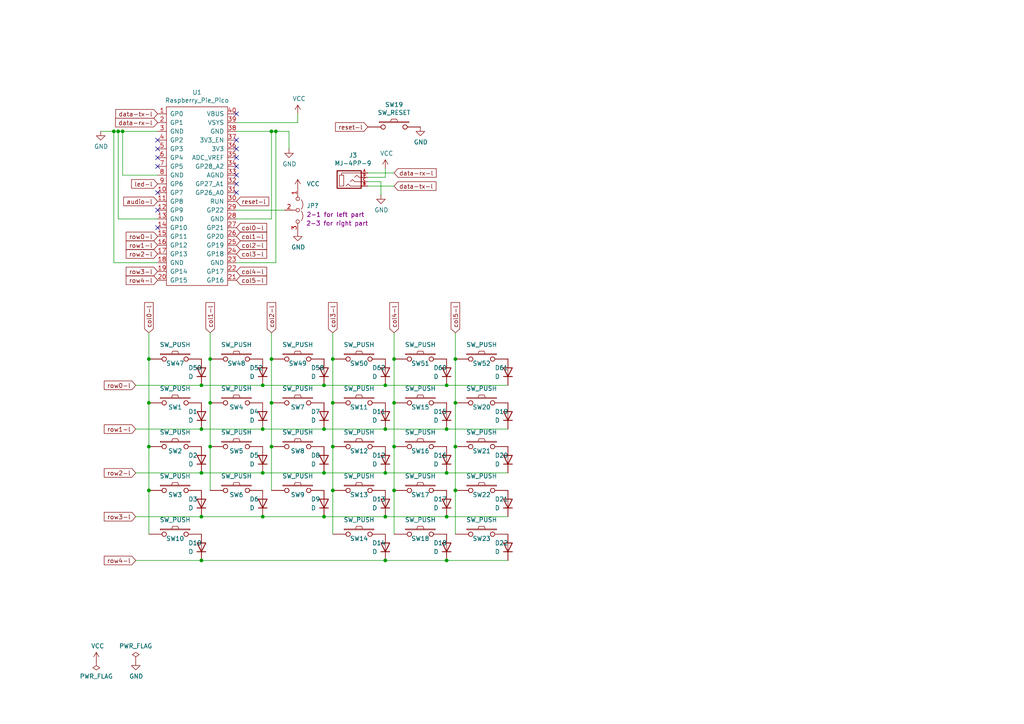
<source format=kicad_sch>
(kicad_sch (version 20250114) (generator "eeschema") (generator_version "9.0")
  (paper "A4")
  (title_block (title "Tim's Jiran mod") (rev "1") (company "Tim Lukashevich"))
  (lib_symbols
    (symbol "Device:D" (pin_numbers (hide yes)) (pin_names (offset 1.016) (hide yes))
      (property "Reference" "D" (at 0 2.54 0))
      (property "Value" "D" (at 0 -2.54 0))
      (symbol "D_0_1"
        (polyline (pts (xy -1.27 1.27) (xy -1.27 -1.27)) (stroke (width 0.254)))
        (polyline (pts (xy 1.27 1.27) (xy 1.27 -1.27) (xy -1.27 0) (xy 1.27 1.27)) (stroke (width 0.254)))
        (polyline (pts (xy 1.27 0) (xy -1.27 0)))
      )
      (symbol "D_1_1"
        (pin passive line (at -3.81 0 0) (length 2.54) (name "K") (number "1"))
        (pin passive line (at 3.81 0 180) (length 2.54) (name "A") (number "2"))
      )
    )
    (symbol "Jumper:Jumper_3_Open" (pin_names (offset 0) (hide yes)) (in_bom no)
      (property "Reference" "JP" (at -2.54 -2.54 0))
      (property "Value" "Jumper_3_Open" (at 0 2.794 0))
      (symbol "Jumper_3_Open_0_0"
        (circle (center -3.302 0) (radius 0.508))
        (circle (center 0 0) (radius 0.508))
        (circle (center 3.302 0) (radius 0.508))
      )
      (symbol "Jumper_3_Open_0_1"
        (arc (start -3.048 1.016) (mid -1.651 1.4992) (end -0.254 1.016))
        (polyline (pts (xy 0 -0.508) (xy 0 -1.27)))
        (arc (start 0.254 1.016) (mid 1.651 1.4992) (end 3.048 1.016))
      )
      (symbol "Jumper_3_Open_1_1"
        (pin passive line (at -6.35 0 0) (length 2.54) (name "A") (number "1"))
        (pin passive line (at 0 -3.81 90) (length 2.54) (name "C") (number "2"))
        (pin passive line (at 6.35 0 180) (length 2.54) (name "B") (number "3"))
      )
    )
    (symbol "_kbd:MJ-4PP-9" (pin_names (offset 1.016))
      (property "Reference" "J" (at 0 3.81 0))
      (property "Value" "MJ-4PP-9" (at 0 -3.81 0))
      (symbol "MJ-4PP-9_0_1"
        (polyline (pts (xy -2.54 1.27) (xy -2.54 1.905) (xy 3.175 1.905)))
        (rectangle (start -1.905 -1.905) (end -3.175 1.27))
        (polyline (pts (xy -1.27 -1.905) (xy -0.635 -1.27) (xy 0 -1.905) (xy 3.175 -1.905)))
        (polyline (pts (xy 0 -0.635) (xy 0.635 0) (xy 1.27 -0.635) (xy 3.175 -0.635)))
        (polyline (pts (xy 1.27 0.635) (xy 1.905 1.27) (xy 2.54 0.635) (xy 3.175 0.635)))
        (rectangle (start 3.175 2.54) (end -3.81 -2.54) (stroke (width 0.3048)))
      )
      (symbol "MJ-4PP-9_1_1"
        (pin input line (at 5.08 1.905 180) (length 2.0066) (name "~") (number "A"))
        (pin input line (at 5.08 0.635 180) (length 2.0066) (name "~") (number "D"))
        (pin input line (at 5.08 -0.635 180) (length 2.0066) (name "~") (number "C"))
        (pin input line (at 5.08 -1.905 180) (length 2.0066) (name "~") (number "B"))
      )
    )
    (symbol "_kbd:SW_PUSH" (pin_numbers (hide yes)) (pin_names (offset 1.016) (hide yes))
      (property "Reference" "SW" (at 3.81 2.794 0))
      (property "Value" "SW_PUSH" (at 0 -2.032 0))
      (symbol "SW_PUSH_0_1"
        (rectangle (start -4.318 1.27) (end 4.318 1.524))
        (polyline (pts (xy -1.016 1.524) (xy -0.762 2.286) (xy 0.762 2.286) (xy 1.016 1.524)))
        (pin passive inverted (at -7.62 0 0) (length 5.08) (name "1") (number "1"))
        (pin passive inverted (at 7.62 0 180) (length 5.08) (name "2") (number "2"))
      )
    )
    (symbol "_prjlib:Raspberry_Pi_Pico" (pin_names (offset 1.016))
      (property "Reference" "U" (at 0 27.559 0))
      (property "Value" "Raspberry_Pi_Pico" (at 0.0508 -27.4574 0))
      (symbol "Raspberry_Pi_Pico_0_0"
        (pin bidirectional line (at -11.43 24.13 0) (length 2.54) (name "GP0") (number "1"))
        (pin bidirectional line (at -11.43 21.59 0) (length 2.54) (name "GP1") (number "2"))
        (pin power_in line (at -11.43 19.05 0) (length 2.54) (name "GND") (number "3"))
        (pin bidirectional line (at -11.43 16.51 0) (length 2.54) (name "GP2") (number "4"))
        (pin bidirectional line (at -11.43 13.97 0) (length 2.54) (name "GP3") (number "5"))
        (pin bidirectional line (at -11.43 11.43 0) (length 2.54) (name "GP4") (number "6"))
        (pin bidirectional line (at -11.43 8.89 0) (length 2.54) (name "GP5") (number "7"))
        (pin power_in line (at -11.43 6.35 0) (length 2.54) (name "GND") (number "8"))
        (pin bidirectional line (at -11.43 3.81 0) (length 2.54) (name "GP6") (number "9"))
        (pin bidirectional line (at -11.43 1.27 0) (length 2.54) (name "GP7") (number "10"))
        (pin bidirectional line (at -11.43 -1.27 0) (length 2.54) (name "GP8") (number "11"))
        (pin bidirectional line (at -11.43 -3.81 0) (length 2.54) (name "GP9") (number "12"))
        (pin power_in line (at -11.43 -6.35 0) (length 2.54) (name "GND") (number "13"))
        (pin bidirectional line (at -11.43 -8.89 0) (length 2.54) (name "GP10") (number "14"))
        (pin bidirectional line (at -11.43 -11.43 0) (length 2.54) (name "GP11") (number "15"))
        (pin bidirectional line (at -11.43 -13.97 0) (length 2.54) (name "GP12") (number "16"))
        (pin bidirectional line (at -11.43 -16.51 0) (length 2.54) (name "GP13") (number "17"))
        (pin power_in line (at -11.43 -19.05 0) (length 2.54) (name "GND") (number "18"))
        (pin bidirectional line (at -11.43 -21.59 0) (length 2.54) (name "GP14") (number "19"))
        (pin bidirectional line (at -11.43 -24.13 0) (length 2.54) (name "GP15") (number "20"))
        (pin power_in line (at 11.43 24.13 180) (length 2.54) (name "VBUS") (number "40"))
        (pin power_in line (at 11.43 21.59 180) (length 2.54) (name "VSYS") (number "39"))
        (pin power_in line (at 11.43 19.05 180) (length 2.54) (name "GND") (number "38"))
        (pin input line (at 11.43 16.51 180) (length 2.54) (name "3V3_EN") (number "37"))
        (pin power_out line (at 11.43 13.97 180) (length 2.54) (name "3V3") (number "36"))
        (pin power_in line (at 11.43 11.43 180) (length 2.54) (name "ADC_VREF") (number "35"))
        (pin bidirectional line (at 11.43 8.89 180) (length 2.54) (name "GP28_A2") (number "34"))
        (pin power_in line (at 11.43 6.35 180) (length 2.54) (name "AGND") (number "33"))
        (pin bidirectional line (at 11.43 3.81 180) (length 2.54) (name "GP27_A1") (number "32"))
        (pin bidirectional line (at 11.43 1.27 180) (length 2.54) (name "GP26_A0") (number "31"))
        (pin input line (at 11.43 -1.27 180) (length 2.54) (name "RUN") (number "30"))
        (pin bidirectional line (at 11.43 -3.81 180) (length 2.54) (name "GP22") (number "29"))
        (pin power_in line (at 11.43 -6.35 180) (length 2.54) (name "GND") (number "28"))
        (pin bidirectional line (at 11.43 -8.89 180) (length 2.54) (name "GP21") (number "27"))
        (pin bidirectional line (at 11.43 -11.43 180) (length 2.54) (name "GP20") (number "26"))
        (pin bidirectional line (at 11.43 -13.97 180) (length 2.54) (name "GP19") (number "25"))
        (pin bidirectional line (at 11.43 -16.51 180) (length 2.54) (name "GP18") (number "24"))
        (pin power_in line (at 11.43 -19.05 180) (length 2.54) (name "GND") (number "23"))
        (pin bidirectional line (at 11.43 -21.59 180) (length 2.54) (name "GP17") (number "22"))
        (pin bidirectional line (at 11.43 -24.13 180) (length 2.54) (name "GP16") (number "21"))
      )
      (symbol "Raspberry_Pi_Pico_0_1"
        (rectangle (start -8.89 26.162) (end 8.89 -25.654))
      )
    )
    (symbol "power:GND" (power) (pin_numbers (hide yes)) (pin_names (offset 0) (hide yes))
      (property "Value" "GND" (at 0 -3.81 0))
      (symbol "GND_0_1"
        (polyline (pts (xy 0 0) (xy 0 -1.27) (xy 1.27 -1.27) (xy 0 -2.54) (xy -1.27 -1.27) (xy 0 -1.27)))
      )
      (symbol "GND_1_1"
        (pin power_in line (at 0 0 270) (length 0) (name "~") (number "1"))
      )
    )
    (symbol "power:PWR_FLAG" (power) (pin_numbers (hide yes)) (pin_names (offset 0) (hide yes))
      (property "Value" "PWR_FLAG" (at 0 3.81 0))
      (symbol "PWR_FLAG_0_0"
        (pin power_out line (at 0 0 90) (length 0) (name "~") (number "1"))
      )
      (symbol "PWR_FLAG_0_1"
        (polyline (pts (xy 0 0) (xy 0 1.27) (xy -1.016 1.905) (xy 0 2.54) (xy 1.016 1.905) (xy 0 1.27)))
      )
    )
    (symbol "power:VCC" (power) (pin_numbers (hide yes)) (pin_names (offset 0) (hide yes))
      (property "Value" "VCC" (at 0 3.556 0))
      (symbol "VCC_0_1"
        (polyline (pts (xy -0.762 1.27) (xy 0 2.54)))
        (polyline (pts (xy 0 2.54) (xy 0.762 1.27)))
        (polyline (pts (xy 0 0) (xy 0 2.54)))
      )
      (symbol "VCC_1_1"
        (pin power_in line (at 0 0 90) (length 0) (name "~") (number "1"))
      )
    )
  )
  (junction (at 111.76 111.76))
  (junction (at 111.76 137.16))
  (junction (at 114.3 129.54))
  (junction (at 93.98 124.46))
  (junction (at 43.18 142.24))
  (junction (at 76.2 149.86))
  (junction (at 60.96 104.14))
  (junction (at 129.54 149.86))
  (junction (at 43.18 104.14))
  (junction (at 78.74 116.84))
  (junction (at 43.18 129.54))
  (junction (at 43.18 116.84))
  (junction (at 114.3 116.84))
  (junction (at 93.98 111.76))
  (junction (at 58.42 149.86))
  (junction (at 132.08 129.54))
  (junction (at 114.3 104.14))
  (junction (at 60.96 129.54))
  (junction (at 96.52 129.54))
  (junction (at 132.08 104.14))
  (junction (at 96.52 142.24))
  (junction (at 78.74 38.1))
  (junction (at 111.76 162.56))
  (junction (at 96.52 116.84))
  (junction (at 76.2 111.76))
  (junction (at 33.02 38.1))
  (junction (at 129.54 124.46))
  (junction (at 78.74 104.14))
  (junction (at 129.54 111.76))
  (junction (at 35.56 38.1))
  (junction (at 129.54 137.16))
  (junction (at 58.42 162.56))
  (junction (at 132.08 116.84))
  (junction (at 111.76 149.86))
  (junction (at 76.2 124.46))
  (junction (at 34.29 38.1))
  (junction (at 58.42 137.16))
  (junction (at 96.52 104.14))
  (junction (at 58.42 111.76))
  (junction (at 114.3 142.24))
  (junction (at 132.08 142.24))
  (junction (at 76.2 137.16))
  (junction (at 93.98 137.16))
  (junction (at 58.42 124.46))
  (junction (at 111.76 124.46))
  (junction (at 80.01 38.1))
  (junction (at 129.54 162.56))
  (junction (at 78.74 129.54))
  (junction (at 93.98 149.86))
  (junction (at 60.96 116.84))
  (no_connect (at 68.58 53.34))
  (no_connect (at 68.58 50.8))
  (no_connect (at 68.58 33.02))
  (no_connect (at 68.58 48.26))
  (no_connect (at 68.58 45.72))
  (no_connect (at 45.72 55.88))
  (no_connect (at 45.72 40.64))
  (no_connect (at 68.58 40.64))
  (no_connect (at 45.72 66.04))
  (no_connect (at 68.58 43.18))
  (no_connect (at 45.72 60.96))
  (no_connect (at 45.72 48.26))
  (no_connect (at 45.72 43.18))
  (no_connect (at 45.72 45.72))
  (no_connect (at 68.58 55.88))
  (wire (pts (xy 129.54 124.46) (xy 111.76 124.46)))
  (wire (pts (xy 93.98 111.76) (xy 111.76 111.76)))
  (wire (pts (xy 45.72 63.5) (xy 34.29 63.5)))
  (wire (pts (xy 78.74 104.14) (xy 78.74 116.84)))
  (wire (pts (xy 132.08 142.24) (xy 132.08 154.94)))
  (wire (pts (xy 106.68 50.165) (xy 114.3 50.165)))
  (wire (pts (xy 76.2 111.76) (xy 93.98 111.76)))
  (wire (pts (xy 43.18 142.24) (xy 43.18 154.94)))
  (wire (pts (xy 78.74 129.54) (xy 78.74 142.24)))
  (wire (pts (xy 96.52 116.84) (xy 96.52 104.14)))
  (wire (pts (xy 68.58 76.2) (xy 80.01 76.2)))
  (wire (pts (xy 114.3 104.14) (xy 114.3 116.84)))
  (wire (pts (xy 39.37 149.86) (xy 58.42 149.86)))
  (wire (pts (xy 58.42 162.56) (xy 39.37 162.56)))
  (wire (pts (xy 60.96 104.14) (xy 60.96 116.84)))
  (wire (pts (xy 45.72 50.8) (xy 35.56 50.8)))
  (wire (pts (xy 96.52 129.54) (xy 96.52 142.24)))
  (wire (pts (xy 60.96 116.84) (xy 60.96 129.54)))
  (wire (pts (xy 93.98 137.16) (xy 76.2 137.16)))
  (wire (pts (xy 58.42 111.76) (xy 76.2 111.76)))
  (wire (pts (xy 114.3 53.975) (xy 106.68 53.975)))
  (wire (pts (xy 106.68 51.435) (xy 111.76 51.435)))
  (wire (pts (xy 43.18 116.84) (xy 43.18 129.54)))
  (wire (pts (xy 114.3 129.54) (xy 114.3 116.84)))
  (wire (pts (xy 147.32 137.16) (xy 129.54 137.16)))
  (wire (pts (xy 34.29 38.1) (xy 35.56 38.1)))
  (wire (pts (xy 34.29 63.5) (xy 34.29 38.1)))
  (wire (pts (xy 45.72 76.2) (xy 33.02 76.2)))
  (wire (pts (xy 76.2 124.46) (xy 58.42 124.46)))
  (wire (pts (xy 86.36 33.02) (xy 86.36 35.56)))
  (wire (pts (xy 83.82 38.1) (xy 83.82 43.18)))
  (wire (pts (xy 96.52 104.14) (xy 96.52 96.52)))
  (wire (pts (xy 96.52 154.94) (xy 96.52 142.24)))
  (wire (pts (xy 43.18 96.52) (xy 43.18 104.14)))
  (wire (pts (xy 129.54 149.86) (xy 111.76 149.86)))
  (wire (pts (xy 76.2 149.86) (xy 58.42 149.86)))
  (wire (pts (xy 147.32 162.56) (xy 129.54 162.56)))
  (wire (pts (xy 58.42 124.46) (xy 39.37 124.46)))
  (wire (pts (xy 60.96 96.52) (xy 60.96 104.14)))
  (wire (pts (xy 43.18 104.14) (xy 43.18 116.84)))
  (wire (pts (xy 129.54 162.56) (xy 111.76 162.56)))
  (wire (pts (xy 68.58 60.96) (xy 82.55 60.96)))
  (wire (pts (xy 147.32 149.86) (xy 129.54 149.86)))
  (wire (pts (xy 80.01 76.2) (xy 80.01 38.1)))
  (wire (pts (xy 147.32 124.46) (xy 129.54 124.46)))
  (wire (pts (xy 68.58 38.1) (xy 78.74 38.1)))
  (wire (pts (xy 114.3 129.54) (xy 114.3 142.24)))
  (wire (pts (xy 111.76 137.16) (xy 93.98 137.16)))
  (wire (pts (xy 29.21 38.1) (xy 33.02 38.1)))
  (wire (pts (xy 35.56 50.8) (xy 35.56 38.1)))
  (wire (pts (xy 114.3 96.52) (xy 114.3 104.14)))
  (wire (pts (xy 78.74 116.84) (xy 78.74 129.54)))
  (wire (pts (xy 132.08 116.84) (xy 132.08 129.54)))
  (wire (pts (xy 39.37 111.76) (xy 58.42 111.76)))
  (wire (pts (xy 60.96 129.54) (xy 60.96 142.24)))
  (wire (pts (xy 68.58 63.5) (xy 78.74 63.5)))
  (wire (pts (xy 78.74 96.52) (xy 78.74 104.14)))
  (wire (pts (xy 111.76 51.435) (xy 111.76 48.895)))
  (wire (pts (xy 129.54 111.76) (xy 147.32 111.76)))
  (wire (pts (xy 96.52 129.54) (xy 96.52 116.84)))
  (wire (pts (xy 132.08 104.14) (xy 132.08 116.84)))
  (wire (pts (xy 132.08 96.52) (xy 132.08 104.14)))
  (wire (pts (xy 78.74 63.5) (xy 78.74 38.1)))
  (wire (pts (xy 93.98 149.86) (xy 76.2 149.86)))
  (wire (pts (xy 68.58 35.56) (xy 86.36 35.56)))
  (wire (pts (xy 43.18 142.24) (xy 43.18 129.54)))
  (wire (pts (xy 111.76 111.76) (xy 129.54 111.76)))
  (wire (pts (xy 80.01 38.1) (xy 83.82 38.1)))
  (wire (pts (xy 114.3 142.24) (xy 114.3 154.94)))
  (wire (pts (xy 33.02 76.2) (xy 33.02 38.1)))
  (wire (pts (xy 111.76 124.46) (xy 93.98 124.46)))
  (wire (pts (xy 106.68 52.705) (xy 110.49 52.705)))
  (wire (pts (xy 58.42 137.16) (xy 39.37 137.16)))
  (wire (pts (xy 76.2 137.16) (xy 58.42 137.16)))
  (wire (pts (xy 33.02 38.1) (xy 34.29 38.1)))
  (wire (pts (xy 58.42 162.56) (xy 111.76 162.56)))
  (wire (pts (xy 35.56 38.1) (xy 45.72 38.1)))
  (wire (pts (xy 110.49 52.705) (xy 110.49 56.515)))
  (wire (pts (xy 93.98 124.46) (xy 76.2 124.46)))
  (wire (pts (xy 111.76 149.86) (xy 93.98 149.86)))
  (wire (pts (xy 132.08 129.54) (xy 132.08 142.24)))
  (wire (pts (xy 78.74 38.1) (xy 80.01 38.1)))
  (wire (pts (xy 129.54 137.16) (xy 111.76 137.16)))
  (global_label "audio-l" (shape input) (at 45.72 58.42 180) (property "Intersheetrefs" "${INTERSHEET_REFS}" (effects (hide yes))))
  (global_label "row3-l" (shape input) (at 39.37 149.86 180) (property "Intersheetrefs" "${INTERSHEET_REFS}" (effects (hide yes))))
  (global_label "col4-l" (shape input) (at 68.58 78.74 0) (property "Intersheetrefs" "${INTERSHEET_REFS}" (effects (hide yes))))
  (global_label "col3-l" (shape input) (at 68.58 73.66 0) (property "Intersheetrefs" "${INTERSHEET_REFS}" (effects (hide yes))))
  (global_label "data-rx-l" (shape input) (at 45.72 35.56 180) (property "Intersheetrefs" "${INTERSHEET_REFS}" (effects (hide yes))))
  (global_label "col2-l" (shape input) (at 68.58 71.12 0) (property "Intersheetrefs" "${INTERSHEET_REFS}" (effects (hide yes))))
  (global_label "col0-l" (shape input) (at 43.18 96.52 90) (property "Intersheetrefs" "${INTERSHEET_REFS}" (effects (hide yes))))
  (global_label "row1-l" (shape input) (at 45.72 71.12 180) (property "Intersheetrefs" "${INTERSHEET_REFS}" (effects (hide yes))))
  (global_label "col5-l" (shape input) (at 68.58 81.28 0) (property "Intersheetrefs" "${INTERSHEET_REFS}" (effects (hide yes))))
  (global_label "reset-l" (shape input) (at 68.58 58.42 0) (property "Intersheetrefs" "${INTERSHEET_REFS}" (effects (hide yes))))
  (global_label "data-tx-l" (shape input) (at 114.3 53.975 0) (property "Intersheetrefs" "${INTERSHEET_REFS}" (effects (hide yes))))
  (global_label "row4-l" (shape input) (at 45.72 81.28 180) (property "Intersheetrefs" "${INTERSHEET_REFS}" (effects (hide yes))))
  (global_label "col2-l" (shape input) (at 78.74 96.52 90) (property "Intersheetrefs" "${INTERSHEET_REFS}" (effects (hide yes))))
  (global_label "row3-l" (shape input) (at 45.72 78.74 180) (property "Intersheetrefs" "${INTERSHEET_REFS}" (effects (hide yes))))
  (global_label "row2-l" (shape input) (at 45.72 73.66 180) (property "Intersheetrefs" "${INTERSHEET_REFS}" (effects (hide yes))))
  (global_label "row0-l" (shape input) (at 39.37 111.76 180) (property "Intersheetrefs" "${INTERSHEET_REFS}" (effects (hide yes))))
  (global_label "col1-l" (shape input) (at 60.96 96.52 90) (property "Intersheetrefs" "${INTERSHEET_REFS}" (effects (hide yes))))
  (global_label "col5-l" (shape input) (at 132.08 96.52 90) (property "Intersheetrefs" "${INTERSHEET_REFS}" (effects (hide yes))))
  (global_label "data-rx-l" (shape input) (at 114.3 50.165 0) (property "Intersheetrefs" "${INTERSHEET_REFS}" (effects (hide yes))))
  (global_label "col4-l" (shape input) (at 114.3 96.52 90) (property "Intersheetrefs" "${INTERSHEET_REFS}" (effects (hide yes))))
  (global_label "row2-l" (shape input) (at 39.37 137.16 180) (property "Intersheetrefs" "${INTERSHEET_REFS}" (effects (hide yes))))
  (global_label "row4-l" (shape input) (at 39.37 162.56 180) (property "Intersheetrefs" "${INTERSHEET_REFS}" (effects (hide yes))))
  (global_label "col0-l" (shape input) (at 68.58 66.04 0) (property "Intersheetrefs" "${INTERSHEET_REFS}" (effects (hide yes))))
  (global_label "led-l" (shape input) (at 45.72 53.34 180) (property "Intersheetrefs" "${INTERSHEET_REFS}" (effects (hide yes))))
  (global_label "data-tx-l" (shape input) (at 45.72 33.02 180) (property "Intersheetrefs" "${INTERSHEET_REFS}" (effects (hide yes))))
  (global_label "col3-l" (shape input) (at 96.52 96.52 90) (property "Intersheetrefs" "${INTERSHEET_REFS}" (effects (hide yes))))
  (global_label "col1-l" (shape input) (at 68.58 68.58 0) (property "Intersheetrefs" "${INTERSHEET_REFS}" (effects (hide yes))))
  (global_label "row0-l" (shape input) (at 45.72 68.58 180) (property "Intersheetrefs" "${INTERSHEET_REFS}" (effects (hide yes))))
  (global_label "row1-l" (shape input) (at 39.37 124.46 180) (property "Intersheetrefs" "${INTERSHEET_REFS}" (effects (hide yes))))
  (global_label "reset-l" (shape input) (at 106.68 36.83 180) (property "Intersheetrefs" "${INTERSHEET_REFS}" (effects (hide yes))))
  (symbol (lib_id "_kbd:SW_PUSH") (at 50.8 116.84 0) (unit 1)
    (property "Reference" "SW1" (at 50.8 118.11 0))
    (property "Value" "SW_PUSH" (at 50.8 112.6744 0))
    (property "Footprint" "_yoichiro:CherryMX_Choco_Hotswap" (effects (hide yes)))
  )
  (symbol (lib_id "Device:D") (at 58.42 120.65 90) (unit 1)
    (property "Reference" "D1" (at 54.61 119.38 90) (effects (justify right)))
    (property "Value" "D" (at 54.61 121.92 90) (effects (justify right)))
    (property "Footprint" "_keebio-parts:Diode-Hybrid-Back" (effects (hide yes)))
    (property "Description" "Diode" (effects (hide yes)))
    (property "Sim.Device" "D" (effects (hide yes)))
    (property "Sim.Pins" "1=K 2=A" (effects (hide yes)))
  )
  (symbol (lib_id "_kbd:SW_PUSH") (at 50.8 129.54 0) (unit 1)
    (property "Reference" "SW2" (at 50.8 130.81 0))
    (property "Value" "SW_PUSH" (at 50.8 125.3744 0))
    (property "Footprint" "_yoichiro:CherryMX_Choco_Hotswap" (effects (hide yes)))
  )
  (symbol (lib_id "Device:D") (at 58.42 133.35 90) (unit 1)
    (property "Reference" "D2" (at 54.61 132.08 90) (effects (justify right)))
    (property "Value" "D" (at 54.61 134.62 90) (effects (justify right)))
    (property "Footprint" "_keebio-parts:Diode-Hybrid-Back" (effects (hide yes)))
    (property "Description" "Diode" (effects (hide yes)))
    (property "Sim.Device" "D" (effects (hide yes)))
    (property "Sim.Pins" "1=K 2=A" (effects (hide yes)))
  )
  (symbol (lib_id "_kbd:SW_PUSH") (at 50.8 142.24 0) (unit 1)
    (property "Reference" "SW3" (at 50.8 143.51 0))
    (property "Value" "SW_PUSH" (at 50.8 138.0744 0))
    (property "Footprint" "_yoichiro:CherryMX_Choco_Hotswap" (effects (hide yes)))
  )
  (symbol (lib_id "Device:D") (at 58.42 146.05 90) (unit 1)
    (property "Reference" "D3" (at 54.61 144.78 90) (effects (justify right)))
    (property "Value" "D" (at 54.61 147.32 90) (effects (justify right)))
    (property "Footprint" "_keebio-parts:Diode-Hybrid-Back" (effects (hide yes)))
    (property "Description" "Diode" (effects (hide yes)))
    (property "Sim.Device" "D" (effects (hide yes)))
    (property "Sim.Pins" "1=K 2=A" (effects (hide yes)))
  )
  (symbol (lib_id "_kbd:SW_PUSH") (at 68.58 116.84 0) (unit 1)
    (property "Reference" "SW4" (at 68.58 118.11 0))
    (property "Value" "SW_PUSH" (at 68.58 112.6744 0))
    (property "Footprint" "_yoichiro:CherryMX_Choco_Hotswap" (effects (hide yes)))
  )
  (symbol (lib_id "Device:D") (at 76.2 120.65 90) (unit 1)
    (property "Reference" "D4" (at 72.39 119.38 90) (effects (justify right)))
    (property "Value" "D" (at 72.39 121.92 90) (effects (justify right)))
    (property "Footprint" "_keebio-parts:Diode-Hybrid-Back" (effects (hide yes)))
    (property "Description" "Diode" (effects (hide yes)))
    (property "Sim.Device" "D" (effects (hide yes)))
    (property "Sim.Pins" "1=K 2=A" (effects (hide yes)))
  )
  (symbol (lib_id "_kbd:SW_PUSH") (at 68.58 129.54 0) (unit 1)
    (property "Reference" "SW5" (at 68.58 130.81 0))
    (property "Value" "SW_PUSH" (at 68.58 125.3744 0))
    (property "Footprint" "_yoichiro:CherryMX_Choco_Hotswap" (effects (hide yes)))
  )
  (symbol (lib_id "Device:D") (at 76.2 133.35 90) (unit 1)
    (property "Reference" "D5" (at 72.39 132.08 90) (effects (justify right)))
    (property "Value" "D" (at 72.39 134.62 90) (effects (justify right)))
    (property "Footprint" "_keebio-parts:Diode-Hybrid-Back" (effects (hide yes)))
    (property "Description" "Diode" (effects (hide yes)))
    (property "Sim.Device" "D" (effects (hide yes)))
    (property "Sim.Pins" "1=K 2=A" (effects (hide yes)))
  )
  (symbol (lib_id "_kbd:SW_PUSH") (at 68.58 142.24 0) (unit 1)
    (property "Reference" "SW6" (at 68.58 143.51 0))
    (property "Value" "SW_PUSH" (at 68.58 138.0744 0))
    (property "Footprint" "_yoichiro:CherryMX_Choco_Hotswap" (effects (hide yes)))
  )
  (symbol (lib_id "Device:D") (at 76.2 146.05 90) (unit 1)
    (property "Reference" "D6" (at 72.39 144.78 90) (effects (justify right)))
    (property "Value" "D" (at 72.39 147.32 90) (effects (justify right)))
    (property "Footprint" "_keebio-parts:Diode-Hybrid-Back" (effects (hide yes)))
    (property "Description" "Diode" (effects (hide yes)))
    (property "Sim.Device" "D" (effects (hide yes)))
    (property "Sim.Pins" "1=K 2=A" (effects (hide yes)))
  )
  (symbol (lib_id "_kbd:SW_PUSH") (at 86.36 116.84 0) (unit 1)
    (property "Reference" "SW7" (at 86.36 118.11 0))
    (property "Value" "SW_PUSH" (at 86.36 112.6744 0))
    (property "Footprint" "_yoichiro:CherryMX_Choco_Hotswap" (effects (hide yes)))
  )
  (symbol (lib_id "Device:D") (at 93.98 120.65 90) (unit 1)
    (property "Reference" "D7" (at 90.17 119.38 90) (effects (justify right)))
    (property "Value" "D" (at 90.17 121.92 90) (effects (justify right)))
    (property "Footprint" "_keebio-parts:Diode-Hybrid-Back" (effects (hide yes)))
    (property "Description" "Diode" (effects (hide yes)))
    (property "Sim.Device" "D" (effects (hide yes)))
    (property "Sim.Pins" "1=K 2=A" (effects (hide yes)))
  )
  (symbol (lib_id "_kbd:SW_PUSH") (at 86.36 129.54 0) (unit 1)
    (property "Reference" "SW8" (at 86.36 130.81 0))
    (property "Value" "SW_PUSH" (at 86.36 125.3744 0))
    (property "Footprint" "_yoichiro:CherryMX_Choco_Hotswap" (effects (hide yes)))
  )
  (symbol (lib_id "Device:D") (at 93.98 133.35 90) (unit 1)
    (property "Reference" "D8" (at 90.17 132.08 90) (effects (justify right)))
    (property "Value" "D" (at 90.17 134.62 90) (effects (justify right)))
    (property "Footprint" "_keebio-parts:Diode-Hybrid-Back" (effects (hide yes)))
    (property "Description" "Diode" (effects (hide yes)))
    (property "Sim.Device" "D" (effects (hide yes)))
    (property "Sim.Pins" "1=K 2=A" (effects (hide yes)))
  )
  (symbol (lib_id "_kbd:SW_PUSH") (at 86.36 142.24 0) (unit 1)
    (property "Reference" "SW9" (at 86.36 143.51 0))
    (property "Value" "SW_PUSH" (at 86.36 138.0744 0))
    (property "Footprint" "_yoichiro:CherryMX_Choco_Hotswap" (effects (hide yes)))
  )
  (symbol (lib_id "Device:D") (at 93.98 146.05 90) (unit 1)
    (property "Reference" "D9" (at 90.17 144.78 90) (effects (justify right)))
    (property "Value" "D" (at 90.17 147.32 90) (effects (justify right)))
    (property "Footprint" "_keebio-parts:Diode-Hybrid-Back" (effects (hide yes)))
    (property "Description" "Diode" (effects (hide yes)))
    (property "Sim.Device" "D" (effects (hide yes)))
    (property "Sim.Pins" "1=K 2=A" (effects (hide yes)))
  )
  (symbol (lib_id "_kbd:SW_PUSH") (at 50.8 154.94 0) (unit 1)
    (property "Reference" "SW10" (at 50.8 156.21 0))
    (property "Value" "SW_PUSH" (at 50.8 150.7744 0))
    (property "Footprint" "_yoichiro:CherryMX_Choco_Hotswap" (effects (hide yes)))
  )
  (symbol (lib_id "Device:D") (at 58.42 158.75 90) (unit 1)
    (property "Reference" "D10" (at 54.61 157.48 90) (effects (justify right)))
    (property "Value" "D" (at 54.61 160.02 90) (effects (justify right)))
    (property "Footprint" "_keebio-parts:Diode-Hybrid-Back" (effects (hide yes)))
    (property "Description" "Diode" (effects (hide yes)))
    (property "Sim.Device" "D" (effects (hide yes)))
    (property "Sim.Pins" "1=K 2=A" (effects (hide yes)))
  )
  (symbol (lib_id "_kbd:SW_PUSH") (at 104.14 116.84 0) (unit 1)
    (property "Reference" "SW11" (at 104.14 118.11 0))
    (property "Value" "SW_PUSH" (at 104.14 112.6744 0))
    (property "Footprint" "_yoichiro:CherryMX_Choco_Hotswap" (effects (hide yes)))
  )
  (symbol (lib_id "Device:D") (at 111.76 120.65 90) (unit 1)
    (property "Reference" "D11" (at 107.95 119.38 90) (effects (justify right)))
    (property "Value" "D" (at 107.95 121.92 90) (effects (justify right)))
    (property "Footprint" "_keebio-parts:Diode-Hybrid-Back" (effects (hide yes)))
    (property "Description" "Diode" (effects (hide yes)))
    (property "Sim.Device" "D" (effects (hide yes)))
    (property "Sim.Pins" "1=K 2=A" (effects (hide yes)))
  )
  (symbol (lib_id "_kbd:SW_PUSH") (at 104.14 129.54 0) (unit 1)
    (property "Reference" "SW12" (at 104.14 130.81 0))
    (property "Value" "SW_PUSH" (at 104.14 125.3744 0))
    (property "Footprint" "_yoichiro:CherryMX_Choco_Hotswap" (effects (hide yes)))
  )
  (symbol (lib_id "Device:D") (at 111.76 133.35 90) (unit 1)
    (property "Reference" "D12" (at 107.95 132.08 90) (effects (justify right)))
    (property "Value" "D" (at 107.95 134.62 90) (effects (justify right)))
    (property "Footprint" "_keebio-parts:Diode-Hybrid-Back" (effects (hide yes)))
    (property "Description" "Diode" (effects (hide yes)))
    (property "Sim.Device" "D" (effects (hide yes)))
    (property "Sim.Pins" "1=K 2=A" (effects (hide yes)))
  )
  (symbol (lib_id "_kbd:SW_PUSH") (at 104.14 142.24 0) (unit 1)
    (property "Reference" "SW13" (at 104.14 143.51 0))
    (property "Value" "SW_PUSH" (at 104.14 138.0744 0))
    (property "Footprint" "_yoichiro:CherryMX_Choco_Hotswap" (effects (hide yes)))
  )
  (symbol (lib_id "Device:D") (at 111.76 146.05 90) (unit 1)
    (property "Reference" "D13" (at 107.95 144.78 90) (effects (justify right)))
    (property "Value" "D" (at 107.95 147.32 90) (effects (justify right)))
    (property "Footprint" "_keebio-parts:Diode-Hybrid-Back" (effects (hide yes)))
    (property "Description" "Diode" (effects (hide yes)))
    (property "Sim.Device" "D" (effects (hide yes)))
    (property "Sim.Pins" "1=K 2=A" (effects (hide yes)))
  )
  (symbol (lib_id "_kbd:SW_PUSH") (at 104.14 154.94 0) (unit 1)
    (property "Reference" "SW14" (at 104.14 156.21 0))
    (property "Value" "SW_PUSH" (at 104.14 150.7744 0))
    (property "Footprint" "_yoichiro:CherryMX_Choco_Hotswap" (effects (hide yes)))
  )
  (symbol (lib_id "Device:D") (at 111.76 158.75 90) (unit 1)
    (property "Reference" "D14" (at 107.95 157.48 90) (effects (justify right)))
    (property "Value" "D" (at 107.95 160.02 90) (effects (justify right)))
    (property "Footprint" "_keebio-parts:Diode-Hybrid-Back" (effects (hide yes)))
    (property "Description" "Diode" (effects (hide yes)))
    (property "Sim.Device" "D" (effects (hide yes)))
    (property "Sim.Pins" "1=K 2=A" (effects (hide yes)))
  )
  (symbol (lib_id "_kbd:SW_PUSH") (at 121.92 116.84 0) (unit 1)
    (property "Reference" "SW15" (at 121.92 118.11 0))
    (property "Value" "SW_PUSH" (at 121.92 112.6744 0))
    (property "Footprint" "_yoichiro:CherryMX_Choco_Hotswap" (effects (hide yes)))
  )
  (symbol (lib_id "Device:D") (at 129.54 120.65 90) (unit 1)
    (property "Reference" "D15" (at 125.73 119.38 90) (effects (justify right)))
    (property "Value" "D" (at 125.73 121.92 90) (effects (justify right)))
    (property "Footprint" "_keebio-parts:Diode-Hybrid-Back" (effects (hide yes)))
    (property "Description" "Diode" (effects (hide yes)))
    (property "Sim.Device" "D" (effects (hide yes)))
    (property "Sim.Pins" "1=K 2=A" (effects (hide yes)))
  )
  (symbol (lib_id "_kbd:SW_PUSH") (at 121.92 129.54 0) (unit 1)
    (property "Reference" "SW16" (at 121.92 130.81 0))
    (property "Value" "SW_PUSH" (at 121.92 125.3744 0))
    (property "Footprint" "_yoichiro:CherryMX_Choco_Hotswap" (effects (hide yes)))
  )
  (symbol (lib_id "Device:D") (at 129.54 133.35 90) (unit 1)
    (property "Reference" "D16" (at 125.73 132.08 90) (effects (justify right)))
    (property "Value" "D" (at 125.73 134.62 90) (effects (justify right)))
    (property "Footprint" "_keebio-parts:Diode-Hybrid-Back" (effects (hide yes)))
    (property "Description" "Diode" (effects (hide yes)))
    (property "Sim.Device" "D" (effects (hide yes)))
    (property "Sim.Pins" "1=K 2=A" (effects (hide yes)))
  )
  (symbol (lib_id "_kbd:SW_PUSH") (at 121.92 142.24 0) (unit 1)
    (property "Reference" "SW17" (at 121.92 143.51 0))
    (property "Value" "SW_PUSH" (at 121.92 138.0744 0))
    (property "Footprint" "_yoichiro:CherryMX_Choco_Hotswap" (effects (hide yes)))
  )
  (symbol (lib_id "Device:D") (at 129.54 146.05 90) (unit 1)
    (property "Reference" "D17" (at 125.73 144.78 90) (effects (justify right)))
    (property "Value" "D" (at 125.73 147.32 90) (effects (justify right)))
    (property "Footprint" "_keebio-parts:Diode-Hybrid-Back" (effects (hide yes)))
    (property "Description" "Diode" (effects (hide yes)))
    (property "Sim.Device" "D" (effects (hide yes)))
    (property "Sim.Pins" "1=K 2=A" (effects (hide yes)))
  )
  (symbol (lib_id "_kbd:SW_PUSH") (at 121.92 154.94 0) (unit 1)
    (property "Reference" "SW18" (at 121.92 156.21 0))
    (property "Value" "SW_PUSH" (at 121.92 150.7744 0))
    (property "Footprint" "_yoichiro:CherryMX_Choco_Hotswap" (effects (hide yes)))
  )
  (symbol (lib_id "Device:D") (at 129.54 158.75 90) (unit 1)
    (property "Reference" "D18" (at 125.73 157.48 90) (effects (justify right)))
    (property "Value" "D" (at 125.73 160.02 90) (effects (justify right)))
    (property "Footprint" "_keebio-parts:Diode-Hybrid-Back" (effects (hide yes)))
    (property "Description" "Diode" (effects (hide yes)))
    (property "Sim.Device" "D" (effects (hide yes)))
    (property "Sim.Pins" "1=K 2=A" (effects (hide yes)))
  )
  (symbol (lib_id "_kbd:SW_PUSH") (at 139.7 116.84 0) (unit 1)
    (property "Reference" "SW20" (at 139.7 118.11 0))
    (property "Value" "SW_PUSH" (at 139.7 112.6744 0))
    (property "Footprint" "_yoichiro:CherryMX_Choco_Hotswap" (effects (hide yes)))
  )
  (symbol (lib_id "Device:D") (at 147.32 120.65 90) (unit 1)
    (property "Reference" "D19" (at 143.51 119.38 90) (effects (justify right)))
    (property "Value" "D" (at 143.51 121.92 90) (effects (justify right)))
    (property "Footprint" "_keebio-parts:Diode-Hybrid-Back" (effects (hide yes)))
    (property "Description" "Diode" (effects (hide yes)))
    (property "Sim.Device" "D" (effects (hide yes)))
    (property "Sim.Pins" "1=K 2=A" (effects (hide yes)))
  )
  (symbol (lib_id "_kbd:SW_PUSH") (at 139.7 129.54 0) (unit 1)
    (property "Reference" "SW21" (at 139.7 130.81 0))
    (property "Value" "SW_PUSH" (at 139.7 125.3744 0))
    (property "Footprint" "_yoichiro:CherryMX_Choco_Hotswap" (effects (hide yes)))
  )
  (symbol (lib_id "Device:D") (at 147.32 133.35 90) (unit 1)
    (property "Reference" "D20" (at 143.51 132.08 90) (effects (justify right)))
    (property "Value" "D" (at 143.51 134.62 90) (effects (justify right)))
    (property "Footprint" "_keebio-parts:Diode-Hybrid-Back" (effects (hide yes)))
    (property "Description" "Diode" (effects (hide yes)))
    (property "Sim.Device" "D" (effects (hide yes)))
    (property "Sim.Pins" "1=K 2=A" (effects (hide yes)))
  )
  (symbol (lib_id "_kbd:SW_PUSH") (at 139.7 142.24 0) (unit 1)
    (property "Reference" "SW22" (at 139.7 143.51 0))
    (property "Value" "SW_PUSH" (at 139.7 138.0744 0))
    (property "Footprint" "_yoichiro:CherryMX_Choco_Hotswap" (effects (hide yes)))
  )
  (symbol (lib_id "Device:D") (at 147.32 146.05 90) (unit 1)
    (property "Reference" "D21" (at 143.51 144.78 90) (effects (justify right)))
    (property "Value" "D" (at 143.51 147.32 90) (effects (justify right)))
    (property "Footprint" "_keebio-parts:Diode-Hybrid-Back" (effects (hide yes)))
    (property "Description" "Diode" (effects (hide yes)))
    (property "Sim.Device" "D" (effects (hide yes)))
    (property "Sim.Pins" "1=K 2=A" (effects (hide yes)))
  )
  (symbol (lib_id "_kbd:SW_PUSH") (at 139.7 154.94 0) (unit 1)
    (property "Reference" "SW23" (at 139.7 156.21 0))
    (property "Value" "SW_PUSH" (at 139.7 150.7744 0))
    (property "Footprint" "_yoichiro:CherryMX_Choco_Hotswap" (effects (hide yes)))
  )
  (symbol (lib_id "Device:D") (at 147.32 158.75 90) (unit 1)
    (property "Reference" "D22" (at 143.51 157.48 90) (effects (justify right)))
    (property "Value" "D" (at 143.51 160.02 90) (effects (justify right)))
    (property "Footprint" "_keebio-parts:Diode-Hybrid-Back" (effects (hide yes)))
    (property "Description" "Diode" (effects (hide yes)))
    (property "Sim.Device" "D" (effects (hide yes)))
    (property "Sim.Pins" "1=K 2=A" (effects (hide yes)))
  )
  (symbol (lib_id "power:VCC") (at 27.94 191.77 0) (unit 1)
    (property "Reference" "#PWR01" (effects (hide yes)))
    (property "Value" "VCC" (at 28.321 187.3758 0))
    (property "Description" "Power symbol creates a global label with name \"VCC\"" (effects (hide yes)))
  )
  (symbol (lib_id "power:PWR_FLAG") (at 27.94 191.77 0) (mirror x) (unit 1)
    (property "Reference" "#FLG01" (effects (hide yes)))
    (property "Value" "PWR_FLAG" (at 27.94 196.1642 0))
    (property "Description" "Special symbol for telling ERC where power comes from" (effects (hide yes)))
  )
  (symbol (lib_id "power:PWR_FLAG") (at 39.37 191.77 0) (unit 1)
    (property "Reference" "#FLG02" (effects (hide yes)))
    (property "Value" "PWR_FLAG" (at 39.37 187.3758 0))
    (property "Description" "Special symbol for telling ERC where power comes from" (effects (hide yes)))
  )
  (symbol (lib_id "power:GND") (at 39.37 191.77 0) (unit 1)
    (property "Reference" "#PWR03" (effects (hide yes)))
    (property "Value" "GND" (at 39.497 196.1642 0))
    (property "Description" "Power symbol creates a global label with name \"GND\" , ground" (effects (hide yes)))
  )
  (symbol (lib_id "power:GND") (at 29.21 38.1 0) (unit 1)
    (property "Reference" "#PWR02" (effects (hide yes)))
    (property "Value" "GND" (at 29.337 42.4942 0))
    (property "Description" "Power symbol creates a global label with name \"GND\" , ground" (effects (hide yes)))
  )
  (symbol (lib_id "power:GND") (at 83.82 43.18 0) (unit 1)
    (property "Reference" "#PWR08" (effects (hide yes)))
    (property "Value" "GND" (at 83.947 47.5742 0))
    (property "Description" "Power symbol creates a global label with name \"GND\" , ground" (effects (hide yes)))
  )
  (symbol (lib_id "power:VCC") (at 86.36 33.02 0) (unit 1)
    (property "Reference" "#PWR07" (effects (hide yes)))
    (property "Value" "VCC" (at 86.741 28.6258 0))
    (property "Description" "Power symbol creates a global label with name \"VCC\"" (effects (hide yes)))
  )
  (symbol (lib_id "_kbd:SW_PUSH") (at 114.3 36.83 0) (unit 1)
    (property "Reference" "SW19" (at 114.3 30.353 0))
    (property "Value" "SW_RESET" (at 114.3 32.6644 0))
    (property "Footprint" "_kbd:ResetSW" (effects (hide yes)))
  )
  (symbol (lib_id "power:GND") (at 121.92 36.83 0) (unit 1)
    (property "Reference" "#PWR013" (effects (hide yes)))
    (property "Value" "GND" (at 122.047 41.2242 0))
    (property "Description" "Power symbol creates a global label with name \"GND\" , ground" (effects (hide yes)))
  )
  (symbol (lib_id "_kbd:MJ-4PP-9") (at 101.6 52.07 0) (unit 1)
    (property "Reference" "J3" (at 102.3874 45.0596 0))
    (property "Value" "MJ-4PP-9" (at 102.3874 47.371 0))
    (property "Footprint" "_kbd:MJ-4PP-9" (effects (hide yes)))
    (property "Description" "4-pin (audio) jack receptable (stereo + 4th pin/TRRS connector), compatible with PJ320A" (effects (hide yes)))
  )
  (symbol (lib_id "power:GND") (at 110.49 56.515 0) (unit 1)
    (property "Reference" "#PWR09" (effects (hide yes)))
    (property "Value" "GND" (at 110.617 60.9092 0))
    (property "Description" "Power symbol creates a global label with name \"GND\" , ground" (effects (hide yes)))
  )
  (symbol (lib_id "power:VCC") (at 111.76 48.895 0) (unit 1)
    (property "Reference" "#PWR012" (effects (hide yes)))
    (property "Value" "VCC" (at 112.141 44.5008 0))
    (property "Description" "Power symbol creates a global label with name \"VCC\"" (effects (hide yes)))
  )
  (symbol (lib_id "_prjlib:Raspberry_Pi_Pico") (at 57.15 57.15 0) (unit 1)
    (property "Reference" "U1" (at 57.15 26.797 0))
    (property "Value" "Raspberry_Pie_Pico" (at 57.15 29.1084 0))
    (property "Footprint" "_prjlib:Raspberry_Pi_Pico_dual" (effects (hide yes)))
  )
  (symbol (lib_id "Device:D") (at 147.32 107.95 90) (unit 1)
    (property "Reference" "D61" (at 143.51 106.68 90) (effects (justify right)))
    (property "Value" "D" (at 143.51 109.22 90) (effects (justify right)))
    (property "Footprint" "_keebio-parts:Diode-Hybrid-Back" (effects (hide yes)))
    (property "Description" "Diode" (effects (hide yes)))
    (property "Sim.Device" "D" (effects (hide yes)))
    (property "Sim.Pins" "1=K 2=A" (effects (hide yes)))
  )
  (symbol (lib_id "_kbd:SW_PUSH") (at 86.36 104.14 0) (unit 1)
    (property "Reference" "SW49" (at 86.36 105.41 0))
    (property "Value" "SW_PUSH" (at 86.36 99.9744 0))
    (property "Footprint" "_yoichiro:CherryMX_Choco_Hotswap" (effects (hide yes)))
  )
  (symbol (lib_id "_kbd:SW_PUSH") (at 121.92 104.14 0) (unit 1)
    (property "Reference" "SW51" (at 121.92 105.41 0))
    (property "Value" "SW_PUSH" (at 121.92 99.9744 0))
    (property "Footprint" "_yoichiro:CherryMX_Choco_Hotswap" (effects (hide yes)))
  )
  (symbol (lib_id "Device:D") (at 58.42 107.95 90) (unit 1)
    (property "Reference" "D50" (at 54.61 106.68 90) (effects (justify right)))
    (property "Value" "D" (at 54.61 109.22 90) (effects (justify right)))
    (property "Footprint" "_keebio-parts:Diode-Hybrid-Back" (effects (hide yes)))
    (property "Description" "Diode" (effects (hide yes)))
    (property "Sim.Device" "D" (effects (hide yes)))
    (property "Sim.Pins" "1=K 2=A" (effects (hide yes)))
  )
  (symbol (lib_id "_kbd:SW_PUSH") (at 68.58 104.14 0) (unit 1)
    (property "Reference" "SW48" (at 68.58 105.41 0))
    (property "Value" "SW_PUSH" (at 68.58 99.9744 0))
    (property "Footprint" "_yoichiro:CherryMX_Choco_Hotswap" (effects (hide yes)))
  )
  (symbol (lib_id "power:VCC") (at 86.36 54.61 0) (unit 1)
    (property "Reference" "#PWR0101" (effects (hide yes)))
    (property "Value" "VCC" (at 88.9 53.3399 0) (effects (justify left)))
    (property "Description" "Power symbol creates a global label with name \"VCC\"" (effects (hide yes)))
  )
  (symbol (lib_id "Device:D") (at 76.2 107.95 90) (unit 1)
    (property "Reference" "D52" (at 72.39 106.68 90) (effects (justify right)))
    (property "Value" "D" (at 72.39 109.22 90) (effects (justify right)))
    (property "Footprint" "_keebio-parts:Diode-Hybrid-Back" (effects (hide yes)))
    (property "Description" "Diode" (effects (hide yes)))
    (property "Sim.Device" "D" (effects (hide yes)))
    (property "Sim.Pins" "1=K 2=A" (effects (hide yes)))
  )
  (symbol (lib_id "_kbd:SW_PUSH") (at 139.7 104.14 0) (unit 1)
    (property "Reference" "SW52" (at 139.7 105.41 0))
    (property "Value" "SW_PUSH" (at 139.7 99.9744 0))
    (property "Footprint" "_yoichiro:CherryMX_Choco_Hotswap" (effects (hide yes)))
  )
  (symbol (lib_id "_kbd:SW_PUSH") (at 50.8 104.14 0) (unit 1)
    (property "Reference" "SW47" (at 50.8 105.41 0))
    (property "Value" "SW_PUSH" (at 50.8 99.9744 0))
    (property "Footprint" "_yoichiro:CherryMX_Choco_Hotswap" (effects (hide yes)))
  )
  (symbol (lib_id "power:GND") (at 86.36 67.31 0) (unit 1)
    (property "Reference" "#PWR04" (effects (hide yes)))
    (property "Value" "GND" (at 86.487 71.7042 0))
    (property "Description" "Power symbol creates a global label with name \"GND\" , ground" (effects (hide yes)))
  )
  (symbol (lib_id "Device:D") (at 93.98 107.95 90) (unit 1)
    (property "Reference" "D58" (at 90.17 106.68 90) (effects (justify right)))
    (property "Value" "D" (at 90.17 109.22 90) (effects (justify right)))
    (property "Footprint" "_keebio-parts:Diode-Hybrid-Back" (effects (hide yes)))
    (property "Description" "Diode" (effects (hide yes)))
    (property "Sim.Device" "D" (effects (hide yes)))
    (property "Sim.Pins" "1=K 2=A" (effects (hide yes)))
  )
  (symbol (lib_id "Jumper:Jumper_3_Open") (at 86.36 60.96 270) (unit 1) (in_bom no) (on_board no)
    (property "Reference" "JP?" (at 88.9 59.6899 90) (effects (justify left)))
    (property "Value" "Jumper_3_Open" (effects (hide yes)))
    (property "Footprint" "Jumper:SolderJumper-3_P1.3mm_Open_Pad1.0x1.5mm" (effects (hide yes)))
    (property "Description" "Jumper, 3-pole, both open" (effects (hide yes)))
    (property "label1" "2-1 for left part" (at 88.9 62.2299 90) (effects (justify left)))
    (property "label2" "2-3 for right part" (at 97.79 64.77 90))
  )
  (symbol (lib_id "Device:D") (at 129.54 107.95 90) (unit 1)
    (property "Reference" "D60" (at 125.73 106.68 90) (effects (justify right)))
    (property "Value" "D" (at 125.73 109.22 90) (effects (justify right)))
    (property "Footprint" "_keebio-parts:Diode-Hybrid-Back" (effects (hide yes)))
    (property "Description" "Diode" (effects (hide yes)))
    (property "Sim.Device" "D" (effects (hide yes)))
    (property "Sim.Pins" "1=K 2=A" (effects (hide yes)))
  )
  (symbol (lib_id "Device:D") (at 111.76 107.95 90) (unit 1)
    (property "Reference" "D62" (at 107.95 106.68 90) (effects (justify right)))
    (property "Value" "D" (at 107.95 109.22 90) (effects (justify right)))
    (property "Footprint" "_keebio-parts:Diode-Hybrid-Back" (effects (hide yes)))
    (property "Description" "Diode" (effects (hide yes)))
    (property "Sim.Device" "D" (effects (hide yes)))
    (property "Sim.Pins" "1=K 2=A" (effects (hide yes)))
  )
  (symbol (lib_id "_kbd:SW_PUSH") (at 104.14 104.14 0) (unit 1)
    (property "Reference" "SW50" (at 104.14 105.41 0))
    (property "Value" "SW_PUSH" (at 104.14 99.9744 0))
    (property "Footprint" "_yoichiro:CherryMX_Choco_Hotswap" (effects (hide yes)))
  )
)
</source>
